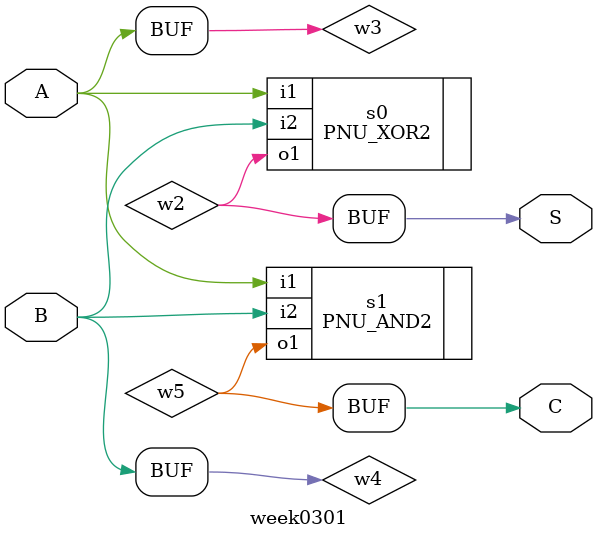
<source format=v>
module week0301(A,B,S,C);

input A;
input B;
output S;
output C;

wire  w2;
wire  w5;
wire  w3;
wire  w4;

assign w3 = A;
assign w4 = B;
assign S = w2;
assign C = w5;

PNU_XOR2
     s0 (
      .o1(w2),
      .i1(w3),
      .i2(w4));

PNU_AND2
     s1 (
      .o1(w5),
      .i1(w3),
      .i2(w4));

endmodule


</source>
